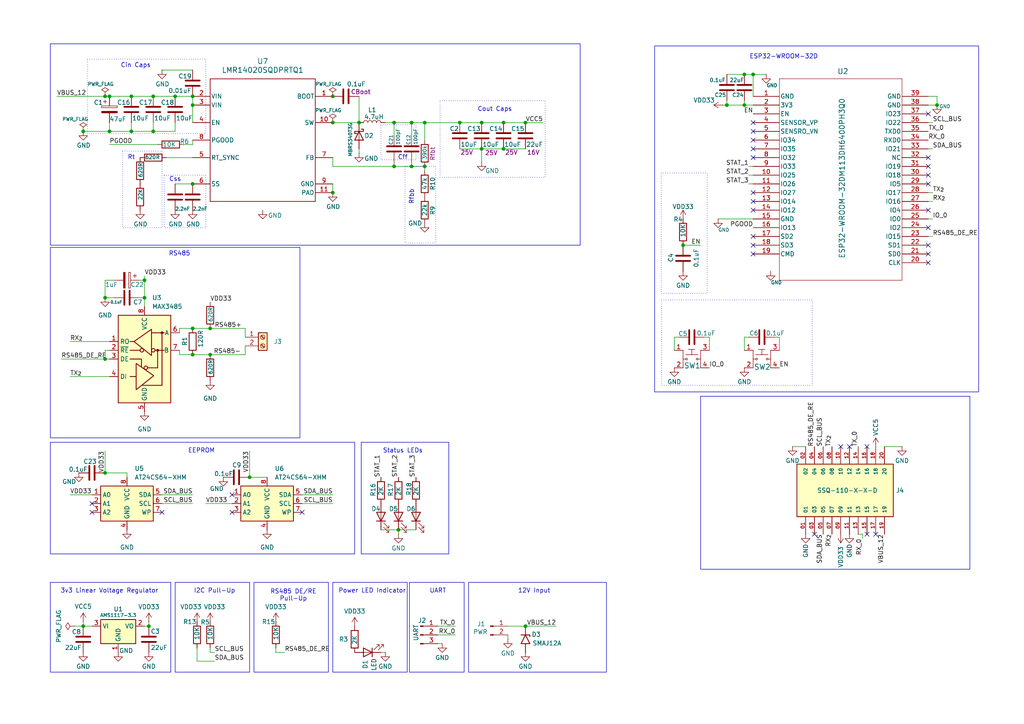
<source format=kicad_sch>
(kicad_sch (version 20231120) (generator "eeschema") (generator_version "8.0")
  (paper "A4")
  (title_block (title "Modbus-to-X") (date "2025-07-06") (rev "0.1") (company "Joachim Andersen"))
  (junction (at 41.91 86.36))
  (junction (at 123.19 35.56))
  (junction (at 55.88 102.87))
  (junction (at 38.1 27.94))
  (junction (at 104.14 35.56))
  (junction (at 43.18 181.61))
  (junction (at 41.91 81.28))
  (junction (at 114.3 35.56))
  (junction (at 215.9 21.59))
  (junction (at 55.88 53.34))
  (junction (at 30.48 27.94))
  (junction (at 30.48 137.16))
  (junction (at 60.96 95.25))
  (junction (at 114.3 48.26))
  (junction (at 55.88 27.94))
  (junction (at 60.96 102.87))
  (junction (at 31.75 38.1))
  (junction (at 44.45 38.1))
  (junction (at 55.88 30.48))
  (junction (at 139.7 35.56))
  (junction (at 215.9 30.48))
  (junction (at 96.52 55.88))
  (junction (at 96.52 35.56))
  (junction (at 218.44 21.59))
  (junction (at 72.39 138.43))
  (junction (at 139.7 43.18))
  (junction (at 24.13 181.61))
  (junction (at 146.05 35.56))
  (junction (at 55.88 95.25))
  (junction (at 119.38 35.56))
  (junction (at 31.75 27.94))
  (junction (at 152.4 181.61))
  (junction (at 30.48 86.36))
  (junction (at 123.19 48.26))
  (junction (at 115.57 153.67))
  (junction (at 96.52 27.94))
  (junction (at 44.45 27.94))
  (junction (at 152.4 35.56))
  (junction (at 146.05 43.18))
  (junction (at 210.82 30.48))
  (junction (at 133.35 35.56))
  (junction (at 38.1 38.1))
  (junction (at 30.48 104.14))
  (junction (at 119.38 48.26))
  (junction (at 271.78 30.48))
  (junction (at 50.8 27.94))
  (junction (at 24.13 38.1))
  (junction (at 198.12 71.12))
  (no_connect (at 269.24 50.8))
  (no_connect (at 246.38 129.54))
  (no_connect (at 218.44 71.12))
  (no_connect (at 26.67 148.59))
  (no_connect (at 269.24 60.96))
  (no_connect (at 46.99 148.59))
  (no_connect (at 218.44 40.64))
  (no_connect (at 269.24 45.72))
  (no_connect (at 26.67 146.05))
  (no_connect (at 218.44 68.58))
  (no_connect (at 67.31 148.59))
  (no_connect (at 67.31 143.51))
  (no_connect (at 236.22 154.94))
  (no_connect (at 243.84 129.54))
  (no_connect (at 218.44 58.42))
  (no_connect (at 269.24 53.34))
  (no_connect (at 269.24 76.2))
  (no_connect (at 269.24 66.04))
  (no_connect (at 218.44 73.66))
  (no_connect (at 218.44 60.96))
  (no_connect (at 254 154.94))
  (no_connect (at 251.46 129.54))
  (no_connect (at 218.44 35.56))
  (no_connect (at 269.24 73.66))
  (no_connect (at 269.24 33.02))
  (no_connect (at 269.24 71.12))
  (no_connect (at 218.44 43.18))
  (no_connect (at 218.44 38.1))
  (no_connect (at 251.46 154.94))
  (no_connect (at 269.24 48.26))
  (no_connect (at 87.63 148.59))
  (no_connect (at 218.44 55.88))
  (no_connect (at 218.44 45.72))
  (wire (pts (xy 261.62 129.54) (xy 256.54 129.54)))
  (wire (pts (xy 128.27 186.69) (xy 127 186.69)))
  (wire (pts (xy 104.14 43.18) (xy 104.14 44.45)))
  (wire (pts (xy 31.75 27.94) (xy 38.1 27.94)))
  (wire (pts (xy 269.24 35.56) (xy 270.51 35.56)))
  (wire (pts (xy 269.24 30.48) (xy 271.78 30.48)))
  (wire (pts (xy 52.07 102.87) (xy 52.07 101.6)))
  (wire (pts (xy 62.23 191.77) (xy 57.15 191.77)))
  (wire (pts (xy 30.48 27.94) (xy 31.75 27.94)))
  (wire (pts (xy 16.51 27.94) (xy 30.48 27.94)))
  (wire (pts (xy 31.75 41.91) (xy 45.72 41.91)))
  (wire (pts (xy 217.17 97.79) (xy 215.9 97.79)))
  (wire (pts (xy 115.57 154.94) (xy 115.57 153.67)))
  (wire (pts (xy 198.12 71.12) (xy 203.2 71.12)))
  (wire (pts (xy 139.7 43.18) (xy 146.05 43.18)))
  (wire (pts (xy 226.06 97.79) (xy 226.06 101.6)))
  (wire (pts (xy 269.24 58.42) (xy 270.51 58.42)))
  (wire (pts (xy 55.88 143.51) (xy 46.99 143.51)))
  (wire (pts (xy 146.05 43.18) (xy 152.4 43.18)))
  (wire (pts (xy 229.87 129.54) (xy 233.68 129.54)))
  (wire (pts (xy 24.13 181.61) (xy 26.67 181.61)))
  (wire (pts (xy 55.88 41.91) (xy 55.88 40.64)))
  (wire (pts (xy 96.52 146.05) (xy 87.63 146.05)))
  (wire (pts (xy 46.99 20.32) (xy 55.88 20.32)))
  (wire (pts (xy 111.76 189.23) (xy 110.49 189.23)))
  (wire (pts (xy 139.7 35.56) (xy 146.05 35.56)))
  (wire (pts (xy 210.82 21.59) (xy 215.9 21.59)))
  (wire (pts (xy 30.48 104.14) (xy 30.48 101.6)))
  (wire (pts (xy 50.8 27.94) (xy 55.88 27.94)))
  (wire (pts (xy 96.52 48.26) (xy 96.52 45.72)))
  (wire (pts (xy 24.13 180.34) (xy 24.13 181.61)))
  (wire (pts (xy 30.48 137.16) (xy 36.83 137.16)))
  (wire (pts (xy 119.38 46.99) (xy 119.38 48.26)))
  (wire (pts (xy 41.91 81.28) (xy 41.91 86.36)))
  (wire (pts (xy 209.55 30.48) (xy 210.82 30.48)))
  (wire (pts (xy 96.52 48.26) (xy 114.3 48.26)))
  (wire (pts (xy 30.48 104.14) (xy 31.75 104.14)))
  (wire (pts (xy 96.52 53.34) (xy 96.52 55.88)))
  (wire (pts (xy 133.35 35.56) (xy 139.7 35.56)))
  (wire (pts (xy 133.35 43.18) (xy 139.7 43.18)))
  (wire (pts (xy 82.55 189.23) (xy 80.01 189.23)))
  (wire (pts (xy 119.38 35.56) (xy 123.19 35.56)))
  (wire (pts (xy 57.15 191.77) (xy 57.15 187.96)))
  (wire (pts (xy 30.48 101.6) (xy 31.75 101.6)))
  (wire (pts (xy 38.1 38.1) (xy 38.1 35.56)))
  (wire (pts (xy 111.76 35.56) (xy 114.3 35.56)))
  (wire (pts (xy 195.58 97.79) (xy 196.85 97.79)))
  (wire (pts (xy 62.23 189.23) (xy 60.96 189.23)))
  (wire (pts (xy 132.08 184.15) (xy 127 184.15)))
  (wire (pts (xy 152.4 181.61) (xy 161.29 181.61)))
  (wire (pts (xy 40.64 81.28) (xy 41.91 81.28)))
  (wire (pts (xy 269.24 63.5) (xy 270.51 63.5)))
  (wire (pts (xy 152.4 35.56) (xy 157.48 35.56)))
  (wire (pts (xy 52.07 95.25) (xy 55.88 95.25)))
  (wire (pts (xy 20.32 99.06) (xy 31.75 99.06)))
  (wire (pts (xy 123.19 49.53) (xy 123.19 48.26)))
  (wire (pts (xy 132.08 181.61) (xy 127 181.61)))
  (wire (pts (xy 147.32 181.61) (xy 152.4 181.61)))
  (wire (pts (xy 40.64 86.36) (xy 41.91 86.36)))
  (wire (pts (xy 215.9 30.48) (xy 215.9 29.21)))
  (wire (pts (xy 71.12 100.33) (xy 71.12 102.87)))
  (wire (pts (xy 195.58 97.79) (xy 195.58 101.6)))
  (wire (pts (xy 114.3 48.26) (xy 119.38 48.26)))
  (wire (pts (xy 215.9 30.48) (xy 218.44 30.48)))
  (wire (pts (xy 71.12 97.79) (xy 71.12 95.25)))
  (wire (pts (xy 43.18 180.34) (xy 43.18 181.61)))
  (wire (pts (xy 146.05 35.56) (xy 152.4 35.56)))
  (wire (pts (xy 123.19 35.56) (xy 133.35 35.56)))
  (wire (pts (xy 60.96 189.23) (xy 60.96 187.96)))
  (wire (pts (xy 210.82 30.48) (xy 210.82 29.21)))
  (wire (pts (xy 119.38 48.26) (xy 123.19 48.26)))
  (wire (pts (xy 110.49 153.67) (xy 115.57 153.67)))
  (wire (pts (xy 44.45 27.94) (xy 50.8 27.94)))
  (wire (pts (xy 21.59 181.61) (xy 24.13 181.61)))
  (wire (pts (xy 36.83 137.16) (xy 36.83 138.43)))
  (wire (pts (xy 59.69 146.05) (xy 67.31 146.05)))
  (wire (pts (xy 114.3 46.99) (xy 114.3 48.26)))
  (wire (pts (xy 50.8 38.1) (xy 50.8 35.56)))
  (wire (pts (xy 114.3 35.56) (xy 119.38 35.56)))
  (wire (pts (xy 55.88 146.05) (xy 46.99 146.05)))
  (wire (pts (xy 271.78 27.94) (xy 271.78 30.48)))
  (wire (pts (xy 41.91 86.36) (xy 41.91 88.9)))
  (wire (pts (xy 55.88 30.48) (xy 55.88 27.94)))
  (wire (pts (xy 269.24 43.18) (xy 270.51 43.18)))
  (wire (pts (xy 269.24 68.58) (xy 270.51 68.58)))
  (wire (pts (xy 250.19 154.94) (xy 248.92 154.94)))
  (wire (pts (xy 53.34 41.91) (xy 55.88 41.91)))
  (wire (pts (xy 38.1 27.94) (xy 44.45 27.94)))
  (wire (pts (xy 271.78 27.94) (xy 269.24 27.94)))
  (wire (pts (xy 41.91 80.01) (xy 41.91 81.28)))
  (wire (pts (xy 115.57 153.67) (xy 120.65 153.67)))
  (wire (pts (xy 55.88 102.87) (xy 52.07 102.87)))
  (wire (pts (xy 217.17 50.8) (xy 218.44 50.8)))
  (wire (pts (xy 215.9 21.59) (xy 218.44 21.59)))
  (wire (pts (xy 30.48 130.81) (xy 30.48 137.16)))
  (wire (pts (xy 72.39 138.43) (xy 77.47 138.43)))
  (wire (pts (xy 60.96 102.87) (xy 71.12 102.87)))
  (wire (pts (xy 114.3 39.37) (xy 114.3 35.56)))
  (wire (pts (xy 43.18 181.61) (xy 41.91 181.61)))
  (wire (pts (xy 205.74 97.79) (xy 205.74 101.6)))
  (wire (pts (xy 31.75 38.1) (xy 38.1 38.1)))
  (wire (pts (xy 72.39 130.81) (xy 72.39 138.43)))
  (wire (pts (xy 104.14 27.94) (xy 104.14 35.56)))
  (wire (pts (xy 218.44 21.59) (xy 222.25 21.59)))
  (wire (pts (xy 30.48 81.28) (xy 30.48 86.36)))
  (wire (pts (xy 217.17 48.26) (xy 218.44 48.26)))
  (wire (pts (xy 44.45 35.56) (xy 44.45 38.1)))
  (wire (pts (xy 33.02 81.28) (xy 30.48 81.28)))
  (wire (pts (xy 269.24 55.88) (xy 270.51 55.88)))
  (wire (pts (xy 80.01 189.23) (xy 80.01 187.96)))
  (wire (pts (xy 17.78 104.14) (xy 30.48 104.14)))
  (wire (pts (xy 250.19 156.21) (xy 250.19 154.94)))
  (wire (pts (xy 20.32 109.22) (xy 31.75 109.22)))
  (wire (pts (xy 217.17 53.34) (xy 218.44 53.34)))
  (wire (pts (xy 55.88 95.25) (xy 60.96 95.25)))
  (wire (pts (xy 44.45 38.1) (xy 50.8 38.1)))
  (wire (pts (xy 119.38 35.56) (xy 119.38 39.37)))
  (wire (pts (xy 218.44 21.59) (xy 218.44 27.94)))
  (wire (pts (xy 123.19 35.56) (xy 123.19 40.64)))
  (wire (pts (xy 31.75 35.56) (xy 31.75 38.1)))
  (wire (pts (xy 52.07 95.25) (xy 52.07 96.52)))
  (wire (pts (xy 208.28 63.5) (xy 218.44 63.5)))
  (wire (pts (xy 38.1 38.1) (xy 44.45 38.1)))
  (wire (pts (xy 48.26 45.72) (xy 55.88 45.72)))
  (wire (pts (xy 96.52 35.56) (xy 104.14 35.56)))
  (wire (pts (xy 224.79 97.79) (xy 226.06 97.79)))
  (wire (pts (xy 50.8 53.34) (xy 55.88 53.34)))
  (wire (pts (xy 210.82 30.48) (xy 215.9 30.48)))
  (wire (pts (xy 204.47 97.79) (xy 205.74 97.79)))
  (wire (pts (xy 147.32 185.42) (xy 147.32 184.15)))
  (wire (pts (xy 96.52 143.51) (xy 87.63 143.51)))
  (wire (pts (xy 55.88 102.87) (xy 60.96 102.87)))
  (wire (pts (xy 139.7 43.18) (xy 139.7 46.99)))
  (wire (pts (xy 215.9 97.79) (xy 215.9 101.6)))
  (wire (pts (xy 55.88 35.56) (xy 55.88 30.48)))
  (wire (pts (xy 60.96 95.25) (xy 71.12 95.25)))
  (wire (pts (xy 20.32 143.51) (xy 26.67 143.51)))
  (wire (pts (xy 30.48 86.36) (xy 33.02 86.36)))
  (wire (pts (xy 24.13 38.1) (xy 31.75 38.1)))
  (rectangle (start 73.66 168.91) (end 95.25 194.945))
  (rectangle (start 14.605 12.7) (end 168.275 71.12))
  (rectangle (start 117.475 48.26) (end 126.365 70.485) (stroke (width 0) (type dot)))
  (rectangle (start 203.2 114.935) (end 281.305 165.1))
  (rectangle (start 191.77 50.165) (end 205.105 85.09) (stroke (width 0) (type dot)))
  (rectangle (start 110.49 36.195) (end 120.65 46.355) (stroke (width 0) (type dot)))
  (rectangle (start 25.4 17.145) (end 59.69 38.735) (stroke (width 0) (type dot)))
  (rectangle (start 135.89 168.91) (end 175.895 194.945))
  (rectangle (start 104.775 128.27) (end 130.175 160.655))
  (rectangle (start 189.865 13.335) (end 283.845 113.665))
  (rectangle (start 14.605 71.755) (end 86.995 127))
  (rectangle (start 118.745 168.91) (end 134.62 194.945))
  (rectangle (start 35.56 43.815) (end 46.99 66.04) (stroke (width 0) (type dot)))
  (rectangle (start 191.897 86.995) (end 235.585 111.76) (stroke (width 0) (type dot)))
  (rectangle (start 14.605 128.27) (end 102.87 160.655))
  (rectangle (start 50.8 168.91) (end 72.39 194.945))
  (rectangle (start 14.605 168.91) (end 49.53 194.945))
  (rectangle (start 47.625 50.8) (end 59.69 66.04) (stroke (width 0) (type dot)))
  (rectangle (start 96.52 168.91) (end 118.11 194.945))
  (rectangle (start 127.635 29.21) (end 158.115 51.435) (stroke (width 0) (type dot)))
  (text "Cout Caps" (at 143.51 31.75 0) (effects (font (size 1.27 1.27))))
  (text "12V Input" (at 154.94 171.45 0) (effects (font (size 1.27 1.27))))
  (text "EEPROM\n" (at 58.42 130.81 0) (effects (font (size 1.27 1.27))))
  (text "Power LED Indicator" (at 107.95 171.45 0) (effects (font (size 1.27 1.27))))
  (text "ESP32-WROOM-32D" (at 227.33 16.51 0) (effects (font (size 1.27 1.27))))
  (text "Rt" (at 38.1 45.72 0) (effects (font (size 1.27 1.27))))
  (text "Cff" (at 116.84 45.72 0) (effects (font (size 1.27 1.27))))
  (text "I2C Pull-Up" (at 62.23 171.45 0) (effects (font (size 1.27 1.27))))
  (text "Rfbb" (at 119.38 57.15 90) (effects (font (size 1.27 1.27))))
  (text "Cin Caps" (at 39.37 19.05 0) (effects (font (size 1.27 1.27))))
  (text "3v3 Linear Voltage Regulator" (at 31.75 171.45 0) (effects (font (size 1.27 1.27))))
  (text "UART" (at 127 171.45 0) (effects (font (size 1.27 1.27))))
  (text "Css" (at 50.8 52.07 0) (effects (font (size 1.27 1.27))))
  (text "Status LEDs" (at 116.84 130.81 0) (effects (font (size 1.27 1.27))))
  (text "RS485" (at 52.07 73.66 0) (effects (font (size 1.27 1.27))))
  (text "RS485 DE/RE\nPull-Up" (at 85.09 172.72 0) (effects (font (size 1.27 1.27))))
  (label "STAT_1" (at 110.49 138.43 90))
  (label "RX_{2}" (at 241.3 154.94 270))
  (label "SDA_BUS" (at 238.76 154.94 270))
  (label "TX_{2}" (at 20.32 109.22 0))
  (label "RS485-" (at 69.85 102.87 180))
  (label "VDD33" (at 60.96 87.63 0))
  (label "RX_0" (at 269.24 40.64 0))
  (label "IO_0" (at 270.51 63.5 0))
  (label "RS485_DE_RE" (at 17.78 104.14 0))
  (label "RX_0" (at 250.19 156.21 270))
  (label "SCL_BUS" (at 238.76 129.54 90))
  (label "VDD33" (at 30.48 130.81 270))
  (label "SCL_BUS" (at 270.51 35.56 0))
  (label "IO_0" (at 205.74 106.68 0))
  (label "SCL_BUS" (at 62.23 189.23 0))
  (label "VBUS_12" (at 16.51 27.94 0))
  (label "TX_{2}" (at 270.51 55.88 0))
  (label "PGOOD" (at 31.75 41.91 0))
  (label "RS485+" (at 62.23 95.25 0))
  (label "SCL_BUS" (at 96.52 146.05 180))
  (label "SCL_BUS" (at 55.88 146.05 180))
  (label "TX_0" (at 132.08 181.61 180))
  (label "RX_{2}" (at 20.32 99.06 0))
  (label "STAT_2" (at 217.17 50.8 180))
  (label "STAT_3" (at 120.65 138.43 90))
  (label "SDA_BUS" (at 96.52 143.51 180))
  (label "SDA_BUS" (at 270.51 43.18 0))
  (label "RX_0" (at 132.08 184.15 180))
  (label "TX_0" (at 269.24 38.1 0))
  (label "EN" (at 226.06 106.68 0))
  (label "VCC5" (at 157.48 35.56 180))
  (label "EN" (at 218.44 33.02 180))
  (label "EN" (at 203.2 71.12 180))
  (label "RS485_DE_RE" (at 270.51 68.58 0))
  (label "STAT_3" (at 217.17 53.34 180))
  (label "VDD33" (at 72.39 130.81 270))
  (label "PGOOD" (at 218.44 66.04 180))
  (label "VBUS_12" (at 161.29 181.61 180))
  (label "SDA_BUS" (at 55.88 143.51 180))
  (label "STAT_1" (at 217.17 48.26 180))
  (label "TX_0" (at 248.92 129.54 90))
  (label "VDD33" (at 41.91 80.01 0))
  (label "RS485_DE_RE" (at 82.55 189.23 0))
  (label "RS485_DE_RE" (at 236.22 129.54 90))
  (label "TX_{2}" (at 241.3 129.54 90))
  (label "VBUS_12" (at 256.54 154.94 270))
  (label "RX_{2}" (at 270.51 58.42 0))
  (label "SDA_BUS" (at 62.23 191.77 0))
  (label "STAT_2" (at 115.57 138.43 90))
  (label "VDD33" (at 59.69 146.05 0))
  (label "VDD33" (at 20.32 143.51 0))
  (symbol (lib_id "Device:R") (at 102.87 185.42 0) (unit 1)
    (property "Reference" "R3" (at 98.298 185.42 0) (effects (justify left)))
    (property "Value" "2K" (at 102.87 186.944 90) (effects (justify left)))
    (property "Footprint" "Resistor_SMD:R_0603_1608Metric_Pad0.98x0.95mm_HandSolder" (effects (hide yes)))
    (property "Datasheet" "https://media.distrelec.com/Web/Downloads/_t/ds/RND_155T_Thin_Film_Resistors_eng_tds.pdf" (effects (hide yes)))
    (property "Description" "Resistor Thin film   2 KOhm      ±0.1%   SMD 0603 1/6W" (effects (hide yes)))
    (property "PartNo" "RND 155TC0325B2001T5H" (effects (hide yes)))
  )
  (symbol (lib_id "Device:R") (at 60.96 184.15 0) (unit 1)
    (property "Reference" "R5" (at 58.166 180.467 0) (effects (justify left)))
    (property "Value" "10K" (at 60.96 185.674 90) (effects (justify left)))
    (property "Footprint" "Resistor_SMD:R_0805_2012Metric_Pad1.20x1.40mm_HandSolder" (effects (hide yes)))
    (property "Datasheet" "https://media.distrelec.com/Web/Downloads/_t/ds/RND_155T_Thin_Film_Resistors_eng_tds.pdf" (effects (hide yes)))
    (property "Description" "Resistor Thin film   10 KOhm     ±0.1%   SMD 0805 1/4W" (effects (hide yes)))
    (property "PartNo" "RND 155TC0525B1002T5J" (effects (hide yes)))
  )
  (symbol (lib_name "C_1") (lib_id "Device:C") (at 44.45 31.75 180) (unit 1)
    (property "Reference" "C17" (at 44.196 29.718 0) (effects (justify left)))
    (property "Value" "10uF" (at 49.53 34.29 0) (effects (justify left)))
    (property "Footprint" "Capacitor_SMD:C_0805_2012Metric_Pad1.18x1.45mm_HandSolder" (effects (hide yes)))
    (property "Datasheet" "https://www.mouser.dk/datasheet/2/585/MLCC-1837944.pdf" (effects (hide yes)))
    (property "Description" "Multilayer Ceramic Capacitor MLCC - SMD/SMT 10uF+/-10% 25V X5R 2 0805" (effects (hide yes)))
    (property "FriendlyName" "Cout10uf" (effects (hide yes)))
    (property "Voltage" "25V" (effects (hide yes)))
    (property "PartNo" "CL21A106KAYNNNF" (effects (hide yes)))
  )
  (symbol (lib_id "power:PWR_FLAG") (at 96.52 27.94 0) (unit 1)
    (property "Reference" "#FLG03" (effects (hide yes)))
    (property "Value" "PWR_FLAG" (at 91.44 24.384 0) (effects (font (size 1 1)) (justify left)))
    (property "Description" "Special symbol for telling ERC where power comes from" (effects (hide yes)))
  )
  (symbol (lib_id "SparkFun-Connector:Screw_Terminal_3.5mm_2") (at 76.2 99.06 0) (unit 1)
    (property "Reference" "J3" (at 79.375 99.0599 0) (effects (justify left)))
    (property "Value" "Screw_Terminal_3.5mm_2" (effects (hide yes)))
    (property "Footprint" "SparkFun-Connector:Screw_Terminal_3.5mm-2" (effects (hide yes)))
    (property "Datasheet" "https://cdn.sparkfun.com/assets/8/5/e/4/d/ASS_4091_CO.pdf" (effects (hide yes)))
    (property "Description" "Screw terminal" (effects (hide yes)))
    (property "PROD_ID" "CONN-08399" (effects (hide yes)))
  )
  (symbol (lib_id "power:GND") (at 104.14 44.45 0) (unit 1)
    (property "Reference" "#PWR023" (effects (hide yes)))
    (property "Value" "GND" (at 107.696 45.974 0))
    (property "Description" "Power symbol creates a global label with name \"GND\" , ground" (effects (hide yes)))
  )
  (symbol (lib_id "Device:C") (at 50.8 57.15 180) (unit 1)
    (property "Reference" "C20" (effects (hide yes)))
    (property "Value" "2.2nF" (at 55.118 60.579 0) (effects (font (size 1 1)) (justify left)))
    (property "Footprint" "Capacitor_SMD:C_0805_2012Metric_Pad1.18x1.45mm_HandSolder" (effects (hide yes)))
    (property "Datasheet" "https://media.distrelec.com/Web/Downloads/_t/ds/RND_0805_X7R_eng_tds.pdf" (effects (hide yes)))
    (property "Description" "Ceramic Capacitor 2.2nF, 50VDC, 0805, ±5 %" (effects (hide yes)))
    (property "FriendlyName" "Css" (effects (hide yes)))
    (property "PartNo" "RND 1500805B222J500NT" (effects (hide yes)))
    (property "Voltage" "50V" (effects (hide yes)))
  )
  (symbol (lib_id "Diode:SMAJ12A") (at 152.4 185.42 270) (unit 1)
    (property "Reference" "D3" (at 154.178 184.023 90) (effects (justify left)))
    (property "Value" "SMAJ12A" (at 154.432 186.563 90) (effects (justify left)))
    (property "Footprint" "Diode_SMD:D_SMA_Handsoldering" (effects (hide yes)))
    (property "Datasheet" "https://www.littelfuse.com/media?resourcetype=datasheets&itemid=75e32973-b177-4ee3-a0ff-cedaf1abdb93&filename=smaj-datasheet" (effects (hide yes)))
    (property "Description" "400W unidirectional Transient Voltage Suppressor, 12.0Vr, SMA(DO-214AC)" (effects (hide yes)))
    (property "PartNo" "SMAJ12A" (effects (hide yes)))
  )
  (symbol (lib_id "Device:R") (at 60.96 106.68 180) (unit 1)
    (property "Reference" "R14" (effects (hide yes)))
    (property "Value" "620R" (at 61.087 104.267 90) (effects (font (size 1.08 1.08)) (justify left)))
    (property "Footprint" "Resistor_SMD:R_0805_2012Metric_Pad1.20x1.40mm_HandSolder" (effects (hide yes)))
    (property "Datasheet" "https://media.distrelec.com/Web/Downloads/_t/ds/rnd_smd_resistors_eng_tds.pdf" (effects (hide yes)))
    (property "Description" "Resistor Thick film  620 Ohm     ±1%     SMD 0805 1/8W" (effects (hide yes)))
    (property "FriendlyName" "Rt" (effects (hide yes)))
    (property "PartNo" "RND 1550805S8F6200T5E" (effects (hide yes)))
  )
  (symbol (lib_id "Device:LED") (at 110.49 149.86 90) (unit 1)
    (property "Reference" "D4" (at 107.696 147.574 90) (effects (justify right)))
    (property "Value" "LED" (effects (hide yes)))
    (property "Footprint" "LED_SMD:LED_0402_1005Metric_Pad0.77x0.64mm_HandSolder" (effects (hide yes)))
    (property "Datasheet" "https://www.mouser.dk/datasheet/2/588/asset_pdf_5057771-3418946.pdf" (effects (hide yes)))
    (property "Description" "LED White SMD" (effects (hide yes)))
    (property "PartNo" "LW QH8G-Q2OO-3K5L-1" (effects (hide yes)))
  )
  (symbol (lib_id "power:GND") (at 22.86 137.16 0) (unit 1)
    (property "Reference" "#PWR033" (effects (hide yes)))
    (property "Value" "GND" (at 20.066 139.7 0))
    (property "Description" "Power symbol creates a global label with name \"GND\" , ground" (effects (hide yes)))
  )
  (symbol (lib_id "Device:R") (at 115.57 142.24 0) (unit 1)
    (property "Reference" "R17" (at 113.284 144.018 90) (effects (justify left)))
    (property "Value" "2K" (at 115.57 143.764 90) (effects (justify left)))
    (property "Footprint" "Resistor_SMD:R_0603_1608Metric_Pad0.98x0.95mm_HandSolder" (effects (hide yes)))
    (property "Datasheet" "https://media.distrelec.com/Web/Downloads/_t/ds/RND_155T_Thin_Film_Resistors_eng_tds.pdf" (effects (hide yes)))
    (property "Description" "Resistor Thin film   2 KOhm      ±0.1%   SMD 0603 1/6W" (effects (hide yes)))
    (property "PartNo" "RND 155TC0325B2001T5H" (effects (hide yes)))
  )
  (symbol (lib_id "Device:R") (at 60.96 91.44 180) (unit 1)
    (property "Reference" "R2" (effects (hide yes)))
    (property "Value" "620R" (at 61.087 89.027 90) (effects (font (size 1.08 1.08)) (justify left)))
    (property "Footprint" "Resistor_SMD:R_0805_2012Metric_Pad1.20x1.40mm_HandSolder" (effects (hide yes)))
    (property "Datasheet" "https://media.distrelec.com/Web/Downloads/_t/ds/rnd_smd_resistors_eng_tds.pdf" (effects (hide yes)))
    (property "Description" "Resistor Thick film  620 Ohm     ±1%     SMD 0805 1/8W" (effects (hide yes)))
    (property "FriendlyName" "Rt" (effects (hide yes)))
    (property "PartNo" "RND 1550805S8F6200T5E" (effects (hide yes)))
  )
  (symbol (lib_id "Device:R") (at 123.19 53.34 180) (unit 1)
    (property "Reference" "R10" (at 125.476 51.308 90) (effects (justify left)))
    (property "Value" "47k" (at 123.19 51.435 90) (effects (justify left)))
    (property "Footprint" "Resistor_SMD:R_0805_2012Metric_Pad1.20x1.40mm_HandSolder" (effects (hide yes)))
    (property "Datasheet" "https://media.distrelec.com/Web/Downloads/_t/ds/rnd_smd_resistors_eng_tds.pdf" (effects (hide yes)))
    (property "Description" "Resistor Thick film  47 kOhm     ±1%     SMD 0805 1/8W" (effects (hide yes)))
    (property "FriendlyName" "Rfbb_47k" (effects (hide yes)))
    (property "PartNo" "RND 1550805S8F4702T5E" (effects (hide yes)))
  )
  (symbol (lib_id "power:VDD") (at 209.55 30.48 90) (unit 1)
    (property "Reference" "#PWR034" (effects (hide yes)))
    (property "Value" "VDD33" (at 204.216 29.083 90))
    (property "Description" "Power symbol creates a global label with name \"VDD\"" (effects (hide yes)))
  )
  (symbol (lib_id "Device:C") (at 36.83 86.36 270) (unit 1)
    (property "Reference" "C7" (at 38.608 87.63 90) (effects (justify left)))
    (property "Value" "0.1uF" (at 32.004 87.63 90) (effects (font (size 0.8 0.8)) (justify left)))
    (property "Footprint" "Capacitor_SMD:C_1206_3216Metric_Pad1.33x1.80mm_HandSolder" (effects (hide yes)))
    (property "Datasheet" "https://elektronik-lavpris.dk/files/sup2/C1206C104K5RACTU.pdf" (effects (hide yes)))
    (property "Description" "SMD MLC Capacitor 100nF 50V 10% X7R 1206" (effects (hide yes)))
    (property "PartNo" "CVNF100K12X" (effects (hide yes)))
    (property "Voltage" "50V" (effects (hide yes)))
  )
  (symbol (lib_id "power:GND") (at 46.99 20.32 0) (unit 1)
    (property "Reference" "#PWR028" (effects (hide yes)))
    (property "Value" "GND" (at 47.117 24.384 0))
    (property "Description" "Power symbol creates a global label with name \"GND\" , ground" (effects (hide yes)))
  )
  (symbol (lib_id "Device:R") (at 49.53 41.91 90) (unit 1)
    (property "Reference" "R6" (at 54.864 41.021 90) (effects (justify left)))
    (property "Value" "10K" (at 51.054 41.91 90) (effects (justify left)))
    (property "Footprint" "Resistor_SMD:R_0805_2012Metric_Pad1.20x1.40mm_HandSolder" (effects (hide yes)))
    (property "Datasheet" "https://media.distrelec.com/Web/Downloads/_t/ds/RND_155T_Thin_Film_Resistors_eng_tds.pdf" (effects (hide yes)))
    (property "Description" "Resistor Thin film   10 KOhm     ±0.1%   SMD 0805 1/4W" (effects (hide yes)))
    (property "PartNo" "RND 155TC0525B1002T5J" (effects (hide yes)))
  )
  (symbol (lib_id "dk_Tactile-Switches:1825910-7") (at 200.66 104.14 0) (unit 1)
    (property "Reference" "SW1" (at 200.787 106.045 0) (effects (font (size 1.524 1.524))))
    (property "Value" "1825910-7" (effects (hide yes)))
    (property "Footprint" "digikey-footprints:Switch_Tactile_SMD_6x6mm_PTS645" (effects (hide yes)))
    (property "Datasheet" "https://www.te.com/commerce/DocumentDelivery/DDEController?Action=srchrtrv&DocNm=1825910&DocType=Customer+Drawing&DocLang=English" (effects (hide yes)))
    (property "Description" "SWITCH TACTILE SPST-NO 0.05A 24V" (effects (hide yes)))
    (property "Digi-Key_PN" "450-1804-ND" (effects (hide yes)))
    (property "MPN" "1825910-7" (effects (hide yes)))
    (property "Category" "Switches" (effects (hide yes)))
    (property "Family" "Tactile Switches" (effects (hide yes)))
    (property "DK_Datasheet_Link" "https://www.te.com/commerce/DocumentDelivery/DDEController?Action=srchrtrv&DocNm=1825910&DocType=Customer+Drawing&DocLang=English" (effects (hide yes)))
    (property "DK_Detail_Page" "/product-detail/en/te-connectivity-alcoswitch-switches/1825910-7/450-1804-ND/1731414" (effects (hide yes)))
    (property "Description_1" "SWITCH TACTILE SPST-NO 0.05A 24V" (effects (hide yes)))
    (property "Manufacturer" "TE Connectivity ALCOSWITCH Switches" (effects (hide yes)))
    (property "Status" "Active" (effects (hide yes)))
  )
  (symbol (lib_id "power:GND") (at 50.8 60.96 0) (unit 1)
    (property "Reference" "#PWR031" (effects (hide yes)))
    (property "Value" "GND" (at 50.927 65.024 0))
    (property "Description" "Power symbol creates a global label with name \"GND\" , ground" (effects (hide yes)))
  )
  (symbol (lib_id "LMR14020SQDPRTQ1:LMR14020SQDPRTQ1") (at 76.2 40.64 0) (unit 1)
    (property "Reference" "U7" (at 76.2 17.78 0) (effects (font (size 1.524 1.524))))
    (property "Value" "LMR14020SQDPRTQ1" (at 76.2 20.32 0) (effects (font (size 1.524 1.524))))
    (property "Footprint" "LMR14020SQDPRTQ1:DPR0010A_3mm_thermals" (effects (hide yes)))
    (property "Datasheet" "LMR14020SQDPRTQ1" (effects (hide yes)))
    (property "Description" "SIMPLE SWITCHER® Power Converter 40V 2A, 2.2MHz Step-Down Converter With 40µA IQ" (effects (hide yes)))
    (property "PartNo" "LMR14020Q" (effects (hide yes)))
  )
  (symbol (lib_id "power:VDD") (at 198.12 63.5 0) (unit 1)
    (property "Reference" "#PWR03" (effects (hide yes)))
    (property "Value" "VDD33" (at 198.12 59.944 0))
    (property "Description" "Power symbol creates a global label with name \"VDD\"" (effects (hide yes)))
  )
  (symbol (lib_id "Device:C") (at 24.13 185.42 0) (unit 1)
    (property "Reference" "C8" (at 20.828 183.261 0) (effects (justify left)))
    (property "Value" "22uF" (at 18.796 187.833 0) (effects (justify left)))
    (property "Footprint" "Capacitor_SMD:C_0805_2012Metric_Pad1.18x1.45mm_HandSolder" (effects (hide yes)))
    (property "Datasheet" "https://mm.digikey.com/Volume0/opasdata/d220001/medias/docus/43/CL21A226MOCLRNC_Spec.pdf" (effects (hide yes)))
    (property "Description" "22 µF ±20% 16V Ceramic Capacitor X5R 0805 (2012 Metric)" (effects (hide yes)))
    (property "PartNo" "CL21A226MOCLRNC" (effects (hide yes)))
    (property "Voltage" "16V" (effects (hide yes)))
  )
  (symbol (lib_id "power:GND") (at 115.57 154.94 0) (unit 1)
    (property "Reference" "#PWR041" (effects (hide yes)))
    (property "Value" "GND" (at 115.57 159.004 0))
    (property "Description" "Power symbol creates a global label with name \"GND\" , ground" (effects (hide yes)))
  )
  (symbol (lib_name "C_1") (lib_id "Device:C") (at 119.38 43.18 180) (unit 1)
    (property "Reference" "C12" (at 118.491 38.989 90) (effects (font (size 1 1)) (justify left)))
    (property "Value" "100pF" (at 120.523 37.211 90) (effects (font (size 1 1)) (justify left)))
    (property "Footprint" "Capacitor_SMD:C_0805_2012Metric_Pad1.18x1.45mm_HandSolder" (effects (hide yes)))
    (property "Datasheet" "https://media.distrelec.com/Web/Downloads/_t/ds/RND_0805_NP0_eng_tds.pdf" (effects (hide yes)))
    (property "Description" "Ceramic Capacitor 100pF, 50VDC, 0805, ±5 %" (effects (hide yes)))
    (property "FriendlyName" "Cff" (effects (hide yes)))
    (property "Voltage" "50V" (effects (hide yes)))
    (property "PartNo" "RND 1500805N101J500NT" (effects (hide yes)))
  )
  (symbol (lib_name "C_1") (lib_id "Device:C") (at 152.4 39.37 180) (unit 1)
    (property "Reference" "C15" (at 152.146 37.338 0) (effects (justify left)))
    (property "Value" "22uF" (at 157.48 41.91 0) (effects (justify left)))
    (property "Footprint" "Capacitor_SMD:C_0805_2012Metric_Pad1.18x1.45mm_HandSolder" (effects (hide yes)))
    (property "Datasheet" "https://mm.digikey.com/Volume0/opasdata/d220001/medias/docus/43/CL21A226MOCLRNC_Spec.pdf" (effects (hide yes)))
    (property "Description" "22 µF ±20% 16V Ceramic Capacitor X5R 0805 (2012 Metric)" (effects (hide yes)))
    (property "FriendlyName" "Cout22uf" (effects (hide yes)))
    (property "Voltage" "16V" (at 154.686 44.196 0))
    (property "PartNo" "CL21A226MOCLRNC" (effects (hide yes)))
  )
  (symbol (lib_id "power:VBUS") (at 254 129.54 0) (unit 1)
    (property "Reference" "#PWR042" (effects (hide yes)))
    (property "Value" "VCC5" (at 254 123.952 90))
    (property "Description" "Power symbol creates a global label with name \"VBUS\"" (effects (hide yes)))
  )
  (symbol (lib_id "ESP32-WROOM-32D-M113DH6400PH3Q0:ESP32-WROOM-32DM113DH6400PH3Q0") (at 218.44 27.94 0) (unit 1)
    (property "Reference" "U2" (at 244.475 20.701 0) (effects (font (size 1.524 1.524))))
    (property "Value" "ESP32-WROOM-32DM113DH6400PH3Q0" (at 244.221 51.689 90) (effects (font (size 1.524 1.524))))
    (property "Footprint" "ESP32-WROOM-32D-M113DH6400PH3Q0:ESP32-WROOM-32DM113DH6400PH3Q0_EXP" (effects (hide yes)))
    (property "Datasheet" "ESP32-WROOM-32DM113DH6400PH3Q0" (effects (hide yes)))
  )
  (symbol (lib_id "Device:R") (at 123.19 44.45 0) (unit 1)
    (property "Reference" "R8" (effects (hide yes)))
    (property "Value" "390k" (at 123.19 46.355 90) (effects (font (size 1.1 1.1)) (justify left)))
    (property "Footprint" "Resistor_SMD:R_0402_1005Metric_Pad0.72x0.64mm_HandSolder" (effects (hide yes)))
    (property "Datasheet" "https://www.yageo.com/upload/media/product/products/datasheet/rchip/PYu-RC_Group_51_RoHS_L_12.pdf" (effects (hide yes)))
    (property "Description" "390 kOhms ±1% Chip Resistor Moisture Resistant Thick Film" (effects (hide yes)))
    (property "FriendlyName" "Rfbt" (at 125.476 44.577 90))
    (property "PartNo" "RC0402FR-07390KL " (effects (hide yes)))
  )
  (symbol (lib_name "C_1") (lib_id "Device:C") (at 139.7 39.37 180) (unit 1)
    (property "Reference" "C13" (at 139.446 37.338 0) (effects (justify left)))
    (property "Value" "10uF" (at 144.78 41.91 0) (effects (justify left)))
    (property "Footprint" "Capacitor_SMD:C_0805_2012Metric_Pad1.18x1.45mm_HandSolder" (effects (hide yes)))
    (property "Datasheet" "https://www.mouser.dk/datasheet/2/585/MLCC-1837944.pdf" (effects (hide yes)))
    (property "Description" "Multilayer Ceramic Capacitor MLCC - SMD/SMT 10uF+/-10% 25V X5R 2 0805" (effects (hide yes)))
    (property "FriendlyName" "Cout10uf" (effects (hide yes)))
    (property "Voltage" "25V" (at 142.494 44.323 0))
    (property "PartNo" "CL21A106KAYNNNF" (effects (hide yes)))
  )
  (symbol (lib_id "Interface_UART:MAX3485") (at 41.91 104.14 0) (unit 1)
    (property "Reference" "U3" (at 44.1041 86.36 0) (effects (justify left)))
    (property "Value" "MAX3485" (at 44.1041 88.9 0) (effects (justify left)))
    (property "Footprint" "Package_SO:SOIC-8_3.9x4.9mm_P1.27mm" (effects (hide yes)))
    (property "Datasheet" "https://datasheets.maximintegrated.com/en/ds/MAX3483-MAX3491.pdf" (effects (hide yes)))
    (property "Description" "True RS-485/RS-422, 10Mbps, Slew-Rate Limited, with low-power shutdown, with receiver/driver enable, 32 receiver drive capacitity, DIP-8 and SOIC-8" (effects (hide yes)))
    (property "PartNo" "MAX485" (effects (hide yes)))
  )
  (symbol (lib_id "power:GND") (at 64.77 138.43 0) (unit 1)
    (property "Reference" "#PWR032" (effects (hide yes)))
    (property "Value" "GND" (at 62.865 141.732 0))
    (property "Description" "Power symbol creates a global label with name \"GND\" , ground" (effects (hide yes)))
  )
  (symbol (lib_id "power:GND") (at 208.28 63.5 0) (unit 1)
    (property "Reference" "#PWR036" (effects (hide yes)))
    (property "Value" "GND" (at 209.931 66.675 0) (effects (font (size 1 1))))
    (property "Description" "Power symbol creates a global label with name \"GND\" , ground" (effects (hide yes)))
  )
  (symbol (lib_id "power:PWR_FLAG") (at 24.13 38.1 0) (unit 1)
    (property "Reference" "#FLG08" (effects (hide yes)))
    (property "Value" "PWR_FLAG" (at 18.034 34.544 0) (effects (font (size 1 1)) (justify left)))
    (property "Description" "Special symbol for telling ERC where power comes from" (effects (hide yes)))
  )
  (symbol (lib_id "power:PWR_FLAG") (at 30.48 27.94 0) (unit 1)
    (property "Reference" "#FLG09" (effects (hide yes)))
    (property "Value" "PWR_FLAG" (at 25.4 24.384 0) (effects (font (size 1 1)) (justify left)))
    (property "Description" "Special symbol for telling ERC where power comes from" (effects (hide yes)))
  )
  (symbol (lib_name "C_1") (lib_id "Device:C") (at 55.88 24.13 180) (unit 1)
    (property "Reference" "C19" (at 55.626 22.098 0) (effects (justify left)))
    (property "Value" "0.01uF" (at 55.499 26.289 0) (effects (justify left)))
    (property "Footprint" "Capacitor_SMD:C_0402_1005Metric_Pad0.74x0.62mm_HandSolder" (effects (hide yes)))
    (property "Datasheet" "https://search.murata.co.jp/Ceramy/image/img/A01X/G101/ENG/GCM155R71H103KA55-01.pdf" (effects (hide yes)))
    (property "Description" "0.01 uF ±10% 50V Ceramic Capacitor X7R 0402 (1005 Metric)" (effects (hide yes)))
    (property "FriendlyName" "Cin0_1uf" (effects (hide yes)))
    (property "Voltage" "50V" (effects (hide yes)))
    (property "PartNo" "GCM155R71H103KA55D " (effects (hide yes)))
  )
  (symbol (lib_id "power:GND") (at 40.64 60.96 0) (unit 1)
    (property "Reference" "#PWR026" (effects (hide yes)))
    (property "Value" "GND" (at 40.767 65.024 0))
    (property "Description" "Power symbol creates a global label with name \"GND\" , ground" (effects (hide yes)))
  )
  (symbol (lib_id "power:GND") (at 43.18 189.23 0) (unit 1)
    (property "Reference" "#PWR016" (effects (hide yes)))
    (property "Value" "GND" (at 43.18 193.294 0))
    (property "Description" "Power symbol creates a global label with name \"GND\" , ground" (effects (hide yes)))
  )
  (symbol (lib_id "Device:C") (at 215.9 25.4 0) (unit 1)
    (property "Reference" "C24" (at 212.344 27.559 0) (effects (font (size 1.1 1.1)) (justify left)))
    (property "Value" "22uF" (at 211.582 23.241 0) (effects (font (size 1.1 1.1)) (justify left)))
    (property "Footprint" "Capacitor_SMD:C_0805_2012Metric_Pad1.18x1.45mm_HandSolder" (effects (hide yes)))
    (property "Datasheet" "https://mm.digikey.com/Volume0/opasdata/d220001/medias/docus/43/CL21A226MOCLRNC_Spec.pdf" (effects (hide yes)))
    (property "Description" "22 µF ±20% 16V Ceramic Capacitor X5R 0805 (2012 Metric)" (effects (hide yes)))
    (property "PartNo" "CL21A226MOCLRNC" (effects (hide yes)))
    (property "Voltage" "16V" (effects (hide yes)))
  )
  (symbol (lib_id "power:GND") (at 96.52 55.88 0) (unit 1)
    (property "Reference" "#PWR024" (effects (hide yes)))
    (property "Value" "GND" (at 96.647 59.944 0))
    (property "Description" "Power symbol creates a global label with name \"GND\" , ground" (effects (hide yes)))
  )
  (symbol (lib_id "power:GND") (at 30.48 86.36 0) (unit 1)
    (property "Reference" "#PWR011" (effects (hide yes)))
    (property "Value" "GND" (at 30.48 91.44 0))
    (property "Description" "Power symbol creates a global label with name \"GND\" , ground" (effects (hide yes)))
  )
  (symbol (lib_id "power:VBUS") (at 24.13 180.34 0) (unit 1)
    (property "Reference" "#PWR012" (effects (hide yes)))
    (property "Value" "VCC5" (at 24.13 175.895 0))
    (property "Description" "Power symbol creates a global label with name \"VBUS\"" (effects (hide yes)))
  )
  (symbol (lib_id "power:GND") (at 222.25 21.59 0) (unit 1)
    (property "Reference" "#PWR035" (effects (hide yes)))
    (property "Value" "GND" (at 223.901 24.765 0) (effects (font (size 1 1))))
    (property "Description" "Power symbol creates a global label with name \"GND\" , ground" (effects (hide yes)))
  )
  (symbol (lib_name "C_1") (lib_id "Device:C") (at 38.1 31.75 180) (unit 1)
    (property "Reference" "C16" (at 37.846 29.718 0) (effects (justify left)))
    (property "Value" "10uF" (at 43.18 34.29 0) (effects (justify left)))
    (property "Footprint" "Capacitor_SMD:C_0805_2012Metric_Pad1.18x1.45mm_HandSolder" (effects (hide yes)))
    (property "Datasheet" "https://www.mouser.dk/datasheet/2/585/MLCC-1837944.pdf" (effects (hide yes)))
    (property "Description" "Multilayer Ceramic Capacitor MLCC - SMD/SMT 10uF+/-10% 25V X5R 2 0805" (effects (hide yes)))
    (property "FriendlyName" "Cout10uf" (effects (hide yes)))
    (property "Voltage" "25V" (effects (hide yes)))
    (property "PartNo" "CL21A106KAYNNNF" (effects (hide yes)))
  )
  (symbol (lib_id "power:GND") (at 128.27 186.69 0) (unit 1)
    (property "Reference" "#PWR022" (effects (hide yes)))
    (property "Value" "GND" (at 128.27 190.754 0))
    (property "Description" "Power symbol creates a global label with name \"GND\" , ground" (effects (hide yes)))
  )
  (symbol (lib_id "power:GND") (at 215.9 106.68 0) (unit 1)
    (property "Reference" "#PWR06" (effects (hide yes)))
    (property "Value" "GND" (at 215.9 110.744 0))
    (property "Description" "Power symbol creates a global label with name \"GND\" , ground" (effects (hide yes)))
  )
  (symbol (lib_id "power:VDD") (at 243.84 154.94 180) (unit 1)
    (property "Reference" "#PWR044" (effects (hide yes)))
    (property "Value" "VDD33" (at 243.84 161.544 90))
    (property "Description" "Power symbol creates a global label with name \"VDD\"" (effects (hide yes)))
  )
  (symbol (lib_id "Device:C") (at 68.58 138.43 270) (unit 1)
    (property "Reference" "C9" (at 67.31 134.874 90) (effects (justify left)))
    (property "Value" "0.1uF" (at 62.103 137.414 90) (effects (justify left)))
    (property "Footprint" "Capacitor_SMD:C_1206_3216Metric_Pad1.33x1.80mm_HandSolder" (effects (hide yes)))
    (property "Datasheet" "https://elektronik-lavpris.dk/files/sup2/C1206C104K5RACTU.pdf" (effects (hide yes)))
    (property "Description" "SMD MLC Capacitor 100nF 50V 10% X7R 1206" (effects (hide yes)))
    (property "PartNo" "CVNF100K12X" (effects (hide yes)))
    (property "Voltage" "50V" (effects (hide yes)))
  )
  (symbol (lib_id "Device:LED") (at 106.68 189.23 180) (unit 1)
    (property "Reference" "D1" (at 105.918 194.056 90) (effects (justify right)))
    (property "Value" "LED" (at 108.458 194.564 90) (effects (justify right)))
    (property "Footprint" "LED_SMD:LED_0402_1005Metric_Pad0.77x0.64mm_HandSolder" (effects (hide yes)))
    (property "Datasheet" "https://www.mouser.dk/datasheet/2/588/asset_pdf_5057771-3418946.pdf" (effects (hide yes)))
    (property "Description" "LED White SMD" (effects (hide yes)))
    (property "PartNo" "LW QH8G-Q2OO-3K5L-1" (effects (hide yes)))
  )
  (symbol (lib_id "power:GND") (at 271.78 30.48 0) (unit 1)
    (property "Reference" "#PWR037" (effects (hide yes)))
    (property "Value" "GND" (at 274.066 30.861 0) (effects (font (size 1 1))))
    (property "Description" "Power symbol creates a global label with name \"GND\" , ground" (effects (hide yes)))
  )
  (symbol (lib_id "power:GND") (at 77.47 153.67 0) (unit 1)
    (property "Reference" "#PWR019" (effects (hide yes)))
    (property "Value" "GND" (at 77.47 158.75 0))
    (property "Description" "Power symbol creates a global label with name \"GND\" , ground" (effects (hide yes)))
  )
  (symbol (lib_id "power:GND") (at 111.76 189.23 0) (unit 1)
    (property "Reference" "#PWR07" (effects (hide yes)))
    (property "Value" "GND" (at 111.76 193.294 0))
    (property "Description" "Power symbol creates a global label with name \"GND\" , ground" (effects (hide yes)))
  )
  (symbol (lib_id "power:GND") (at 123.19 64.77 0) (unit 1)
    (property "Reference" "#PWR027" (effects (hide yes)))
    (property "Value" "GND" (at 120.396 64.77 0))
    (property "Description" "Power symbol creates a global label with name \"GND\" , ground" (effects (hide yes)))
  )
  (symbol (lib_id "power:GND") (at 152.4 189.23 0) (unit 1)
    (property "Reference" "#PWR030" (effects (hide yes)))
    (property "Value" "GND" (at 152.4 193.294 0))
    (property "Description" "Power symbol creates a global label with name \"GND\" , ground" (effects (hide yes)))
  )
  (symbol (lib_id "Device:LED") (at 115.57 149.86 90) (unit 1)
    (property "Reference" "D5" (at 112.776 147.574 90) (effects (justify right)))
    (property "Value" "LED" (effects (hide yes)))
    (property "Footprint" "LED_SMD:LED_0402_1005Metric_Pad0.77x0.64mm_HandSolder" (effects (hide yes)))
    (property "Datasheet" "https://www.mouser.dk/datasheet/2/588/asset_pdf_5057771-3418946.pdf" (effects (hide yes)))
    (property "Description" "LED White SMD" (effects (hide yes)))
    (property "PartNo" "LW QH8G-Q2OO-3K5L-1" (effects (hide yes)))
  )
  (symbol (lib_id "Connector:Conn_01x03_Pin") (at 121.92 184.15 0) (unit 1)
    (property "Reference" "J2" (at 122.428 179.959 0))
    (property "Value" "UART" (at 120.65 183.515 90))
    (property "Footprint" "SparkFun-Connector:Screw_Terminal_3.5mm-3" (effects (hide yes)))
    (property "Description" "Generic connector, single row, 01x03, script generated" (effects (hide yes)))
  )
  (symbol (lib_id "power:VDD") (at 102.87 181.61 0) (unit 1)
    (property "Reference" "#PWR08" (effects (hide yes)))
    (property "Value" "VDD33" (at 102.87 177.292 0))
    (property "Description" "Power symbol creates a global label with name \"VDD\"" (effects (hide yes)))
  )
  (symbol (lib_id "Connector Receptable 2x10 20POS:SSQ-110-X-X-D") (at 243.84 142.24 90) (unit 1)
    (property "Reference" "J4" (at 259.842 142.24 90) (effects (justify right)))
    (property "Value" "SSQ-110-X-X-D" (at 236.982 142.24 90) (effects (justify right)))
    (property "Footprint" "Connector Receptable 2x10 20POS:SAMTEC_SSQ-110-X-X-D" (effects (hide yes)))
    (property "PARTREV" "A" (effects (hide yes)))
    (property "STANDARD" "Manufacturer Recommendations" (effects (hide yes)))
    (property "MAXIMUM_PACKAGE_HEIGHT" "8.51mm" (effects (hide yes)))
    (property "MANUFACTURER" "Samtec" (effects (hide yes)))
  )
  (symbol (lib_id "power:GND") (at 198.12 78.74 0) (unit 1)
    (property "Reference" "#PWR04" (effects (hide yes)))
    (property "Value" "GND" (at 198.12 82.804 0))
    (property "Description" "Power symbol creates a global label with name \"GND\" , ground" (effects (hide yes)))
  )
  (symbol (lib_id "Device:R") (at 44.45 45.72 270) (unit 1)
    (property "Reference" "R12" (effects (hide yes)))
    (property "Value" "620R" (at 42.037 45.593 90) (effects (font (size 1.08 1.08)) (justify left)))
    (property "Footprint" "Resistor_SMD:R_0805_2012Metric_Pad1.20x1.40mm_HandSolder" (effects (hide yes)))
    (property "Datasheet" "https://media.distrelec.com/Web/Downloads/_t/ds/rnd_smd_resistors_eng_tds.pdf" (effects (hide yes)))
    (property "Description" "Resistor Thick film  620 Ohm     ±1%     SMD 0805 1/8W" (effects (hide yes)))
    (property "FriendlyName" "Rt" (effects (hide yes)))
    (property "PartNo" "RND 1550805S8F6200T5E" (effects (hide yes)))
  )
  (symbol (lib_id "power:GND") (at 36.83 153.67 0) (unit 1)
    (property "Reference" "#PWR018" (effects (hide yes)))
    (property "Value" "GND" (at 36.83 158.75 0))
    (property "Description" "Power symbol creates a global label with name \"GND\" , ground" (effects (hide yes)))
  )
  (symbol (lib_id "Device:C") (at 55.88 57.15 180) (unit 1)
    (property "Reference" "C11" (effects (hide yes)))
    (property "Value" "2.2nF" (at 60.198 60.579 0) (effects (font (size 1 1)) (justify left)))
    (property "Footprint" "Capacitor_SMD:C_0805_2012Metric_Pad1.18x1.45mm_HandSolder" (effects (hide yes)))
    (property "Datasheet" "https://media.distrelec.com/Web/Downloads/_t/ds/RND_0805_X7R_eng_tds.pdf" (effects (hide yes)))
    (property "Description" "Ceramic Capacitor 2.2nF, 50VDC, 0805, ±5 %" (effects (hide yes)))
    (property "FriendlyName" "Css" (effects (hide yes)))
    (property "PartNo" "RND 1500805B222J500NT" (effects (hide yes)))
    (property "Voltage" "50V" (effects (hide yes)))
  )
  (symbol (lib_id "power:VDD") (at 80.01 180.34 0) (unit 1)
    (property "Reference" "#PWR039" (effects (hide yes)))
    (property "Value" "VDD33" (at 80.01 176.022 0))
    (property "Description" "Power symbol creates a global label with name \"VDD\"" (effects (hide yes)))
  )
  (symbol (lib_id "power:GND") (at 261.62 129.54 0) (unit 1)
    (property "Reference" "#PWR045" (effects (hide yes)))
    (property "Value" "GND" (at 261.62 133.604 0))
    (property "Description" "Power symbol creates a global label with name \"GND\" , ground" (effects (hide yes)))
  )
  (symbol (lib_id "power:GND") (at 223.52 78.74 0) (unit 1)
    (property "Reference" "#PWR09" (effects (hide yes)))
    (property "Value" "GND" (at 225.171 81.915 0) (effects (font (size 1 1))))
    (property "Description" "Power symbol creates a global label with name \"GND\" , ground" (effects (hide yes)))
  )
  (symbol (lib_name "C_2") (lib_id "Device:C") (at 210.82 25.4 0) (unit 1)
    (property "Reference" "C25" (at 207.264 27.559 0) (effects (font (size 1.1 1.1)) (justify left)))
    (property "Value" "0.1uF" (at 205.74 23.241 0) (effects (font (size 1.1 1.1)) (justify left)))
    (property "Footprint" "Capacitor_SMD:C_1206_3216Metric_Pad1.33x1.80mm_HandSolder" (effects (hide yes)))
    (property "Datasheet" "https://elektronik-lavpris.dk/files/sup2/C1206C104K5RACTU.pdf" (effects (hide yes)))
    (property "Description" "SMD MLC Capacitor 100nF 50V 10% X7R 1206" (effects (hide yes)))
    (property "PartNo" "CVNF100K12X" (effects (hide yes)))
    (property "Voltage" "50V" (effects (hide yes)))
  )
  (symbol (lib_id "Device:C") (at 198.12 74.93 0) (unit 1)
    (property "Reference" "C4" (at 194.564 76.073 90) (effects (justify left)))
    (property "Value" "0.1uF" (at 201.93 77.597 90) (effects (justify left)))
    (property "Footprint" "Capacitor_SMD:C_1206_3216Metric_Pad1.33x1.80mm_HandSolder" (effects (hide yes)))
    (property "Datasheet" "https://elektronik-lavpris.dk/files/sup2/C1206C104K5RACTU.pdf" (effects (hide yes)))
    (property "Description" "SMD MLC Capacitor 100nF 50V 10% X7R 1206" (effects (hide yes)))
    (property "PartNo" "CVNF100K12X" (effects (hide yes)))
    (property "Voltage" "50V" (effects (hide yes)))
  )
  (symbol (lib_id "Device:R") (at 40.64 49.53 180) (unit 1)
    (property "Reference" "R7" (effects (hide yes)))
    (property "Value" "620R" (at 40.767 47.117 90) (effects (font (size 1.08 1.08)) (justify left)))
    (property "Footprint" "Resistor_SMD:R_0805_2012Metric_Pad1.20x1.40mm_HandSolder" (effects (hide yes)))
    (property "Datasheet" "https://media.distrelec.com/Web/Downloads/_t/ds/rnd_smd_resistors_eng_tds.pdf" (effects (hide yes)))
    (property "Description" "Resistor Thick film  620 Ohm     ±1%     SMD 0805 1/8W" (effects (hide yes)))
    (property "FriendlyName" "Rt" (effects (hide yes)))
    (property "PartNo" "RND 1550805S8F6200T5E" (effects (hide yes)))
  )
  (symbol (lib_id "Memory_EEPROM:AT24CS64-XHM") (at 36.83 146.05 0) (unit 1)
    (property "Reference" "U5" (at 39.0241 135.89 0) (effects (justify left)))
    (property "Value" "AT24CS64-XHM" (at 39.0241 138.43 0) (effects (justify left)))
    (property "Footprint" "Package_SO:TSSOP-8_4.4x3mm_P0.65mm" (effects (hide yes)))
    (property "Datasheet" "http://ww1.microchip.com/downloads/en/DeviceDoc/Atmel-8870-SEEPROM-AT24CS64-Datasheet.pdf" (effects (hide yes)))
    (property "Description" "I2C Serial EEPROM, 64Kb (8192x8) with Unique Serial Number, TSSOP8" (effects (hide yes)))
    (property "PartNo" "AT24CS64" (effects (hide yes)))
  )
  (symbol (lib_id "Memory_EEPROM:AT24CS64-XHM") (at 77.47 146.05 0) (unit 1)
    (property "Reference" "U6" (at 79.6641 135.89 0) (effects (justify left)))
    (property "Value" "AT24CS64-XHM" (at 79.6641 138.43 0) (effects (justify left)))
    (property "Footprint" "Package_SO:TSSOP-8_4.4x3mm_P0.65mm" (effects (hide yes)))
    (property "Datasheet" "http://ww1.microchip.com/downloads/en/DeviceDoc/Atmel-8870-SEEPROM-AT24CS64-Datasheet.pdf" (effects (hide yes)))
    (property "Description" "I2C Serial EEPROM, 64Kb (8192x8) with Unique Serial Number, TSSOP8" (effects (hide yes)))
    (property "PartNo" "AT24CS64" (effects (hide yes)))
  )
  (symbol (lib_id "Device:LED") (at 120.65 149.86 90) (unit 1)
    (property "Reference" "D6" (at 117.856 147.574 90) (effects (justify right)))
    (property "Value" "LED" (effects (hide yes)))
    (property "Footprint" "LED_SMD:LED_0402_1005Metric_Pad0.77x0.64mm_HandSolder" (effects (hide yes)))
    (property "Datasheet" "https://www.mouser.dk/datasheet/2/588/asset_pdf_5057771-3418946.pdf" (effects (hide yes)))
    (property "Description" "LED White SMD" (effects (hide yes)))
    (property "PartNo" "LW QH8G-Q2OO-3K5L-1" (effects (hide yes)))
  )
  (symbol (lib_id "power:GND") (at 55.88 60.96 0) (unit 1)
    (property "Reference" "#PWR017" (effects (hide yes)))
    (property "Value" "GND" (at 56.007 65.024 0))
    (property "Description" "Power symbol creates a global label with name \"GND\" , ground" (effects (hide yes)))
  )
  (symbol (lib_id "power:GND") (at 76.2 60.96 0) (unit 1)
    (property "Reference" "#PWR010" (effects (hide yes)))
    (property "Value" "GND" (at 79.756 62.484 0))
    (property "Description" "Power symbol creates a global label with name \"GND\" , ground" (effects (hide yes)))
  )
  (symbol (lib_name "C_1") (lib_id "Device:C") (at 50.8 31.75 180) (unit 1)
    (property "Reference" "C18" (at 50.546 29.718 0) (effects (justify left)))
    (property "Value" "10uF" (at 55.88 34.29 0) (effects (justify left)))
    (property "Footprint" "Capacitor_SMD:C_0805_2012Metric_Pad1.18x1.45mm_HandSolder" (effects (hide yes)))
    (property "Datasheet" "https://www.mouser.dk/datasheet/2/585/MLCC-1837944.pdf" (effects (hide yes)))
    (property "Description" "Multilayer Ceramic Capacitor MLCC - SMD/SMT 10uF+/-10% 25V X5R 2 0805" (effects (hide yes)))
    (property "FriendlyName" "Cout10uf" (effects (hide yes)))
    (property "Voltage" "25V" (effects (hide yes)))
    (property "PartNo" "CL21A106KAYNNNF" (effects (hide yes)))
  )
  (symbol (lib_id "power:GND") (at 233.68 154.94 0) (unit 1)
    (property "Reference" "#PWR047" (effects (hide yes)))
    (property "Value" "GND" (at 233.68 159.766 90))
    (property "Description" "Power symbol creates a global label with name \"GND\" , ground" (effects (hide yes)))
  )
  (symbol (lib_id "Device:R") (at 40.64 57.15 180) (unit 1)
    (property "Reference" "R11" (effects (hide yes)))
    (property "Value" "22K" (at 40.767 54.737 90) (effects (font (size 1.08 1.08)) (justify left)))
    (property "Footprint" "Resistor_SMD:R_0603_1608Metric_Pad0.98x0.95mm_HandSolder" (effects (hide yes)))
    (property "Datasheet" "https://media.distrelec.com/Web/Downloads/_t/ds/RND_155T_Thin_Film_Resistors_eng_tds.pdf" (effects (hide yes)))
    (property "Description" "Resistor Thin film   22 KOhm     ±0.1%   SMD 0603 1/6W" (effects (hide yes)))
    (property "FriendlyName" "Rt" (effects (hide yes)))
    (property "PartNo" "RND 155TC0325B2202T5H" (effects (hide yes)))
  )
  (symbol (lib_id "Device:R") (at 110.49 142.24 0) (unit 1)
    (property "Reference" "R16" (at 108.204 144.018 90) (effects (justify left)))
    (property "Value" "2K" (at 110.49 143.764 90) (effects (justify left)))
    (property "Footprint" "Resistor_SMD:R_0603_1608Metric_Pad0.98x0.95mm_HandSolder" (effects (hide yes)))
    (property "Datasheet" "https://media.distrelec.com/Web/Downloads/_t/ds/RND_155T_Thin_Film_Resistors_eng_tds.pdf" (effects (hide yes)))
    (property "Description" "Resistor Thin film   2 KOhm      ±0.1%   SMD 0603 1/6W" (effects (hide yes)))
    (property "PartNo" "RND 155TC0325B2001T5H" (effects (hide yes)))
  )
  (symbol (lib_id "power:GND") (at 246.38 154.94 0) (unit 1)
    (property "Reference" "#PWR048" (effects (hide yes)))
    (property "Value" "GND" (at 246.38 159.766 90))
    (property "Description" "Power symbol creates a global label with name \"GND\" , ground" (effects (hide yes)))
  )
  (symbol (lib_id "power:GND") (at 195.58 106.68 0) (unit 1)
    (property "Reference" "#PWR05" (effects (hide yes)))
    (property "Value" "GND" (at 195.58 110.744 0))
    (property "Description" "Power symbol creates a global label with name \"GND\" , ground" (effects (hide yes)))
  )
  (symbol (lib_id "Device:R") (at 198.12 67.31 0) (unit 1)
    (property "Reference" "R4" (at 195.326 63.627 0) (effects (justify left)))
    (property "Value" "10K" (at 198.12 68.834 90) (effects (justify left)))
    (property "Footprint" "Resistor_SMD:R_0805_2012Metric_Pad1.20x1.40mm_HandSolder" (effects (hide yes)))
    (property "Datasheet" "https://media.distrelec.com/Web/Downloads/_t/ds/RND_155T_Thin_Film_Resistors_eng_tds.pdf" (effects (hide yes)))
    (property "Description" "Resistor Thin film   10 KOhm     ±0.1%   SMD 0805 1/4W" (effects (hide yes)))
    (property "PartNo" "RND 155TC0525B1002T5J" (effects (hide yes)))
  )
  (symbol (lib_id "Device:C_Polarized") (at 31.75 31.75 0) (unit 1)
    (property "Reference" "C1" (at 27.178 29.718 0) (effects (justify left)))
    (property "Value" "47uF" (at 31.75 34.544 0) (effects (justify left)))
    (property "Footprint" "Capacitor_SMD:CP_Elec_6.3x5.4" (effects (hide yes)))
    (property "Datasheet" "https://elektronik-lavpris.dk/files/sup2/CSM.pdf" (effects (hide yes)))
    (property "Description" "SMD El-Capacitor 47uF/35V 6,3x5,4mm" (effects (hide yes)))
    (property "Voltage" "35V" (effects (hide yes)))
    (property "PartNo" "CSMK047/35" (effects (hide yes)))
    (property "FriendlyName" "Cout47uf" (effects (hide yes)))
  )
  (symbol (lib_id "power:VDD") (at 60.96 180.34 0) (unit 1)
    (property "Reference" "#PWR021" (effects (hide yes)))
    (property "Value" "VDD33" (at 62.23 176.022 0))
    (property "Description" "Power symbol creates a global label with name \"VDD\"" (effects (hide yes)))
  )
  (symbol (lib_id "SparkFun-Coil:L") (at 107.95 35.56 0) (unit 1)
    (property "Reference" "L1" (at 107.95 31.877 0))
    (property "Value" "4.7uH" (at 108.458 33.909 0))
    (property "Footprint" "WE 74404041047:L_Wurth_WE-LQS-4012" (effects (hide yes)))
    (property "Datasheet" "https://www.we-online.com/components/products/datasheet/74404041047.pdf" (effects (hide yes)))
    (property "Description" "Power Inductor (SMD), 4.7 µH, 1.55 A, Semishielded, 1.9 A, WE-LQS Series" (effects (hide yes)))
    (property "PartNo" "WE 74404041047" (effects (hide yes)))
  )
  (symbol (lib_id "power:GND") (at 229.87 129.54 0) (unit 1)
    (property "Reference" "#PWR046" (effects (hide yes)))
    (property "Value" "GND" (at 229.87 133.604 0))
    (property "Description" "Power symbol creates a global label with name \"GND\" , ground" (effects (hide yes)))
  )
  (symbol (lib_id "Regulator_Linear:AMS1117-3.3") (at 34.29 181.61 0) (unit 1)
    (property "Reference" "U1" (at 34.29 176.657 0))
    (property "Value" "AMS1117-3.3" (at 34.29 178.435 0) (effects (font (size 1 1))))
    (property "Footprint" "Package_TO_SOT_SMD:SOT-223-3_TabPin2" (effects (hide yes)))
    (property "Datasheet" "http://www.advanced-monolithic.com/pdf/ds1117.pdf" (effects (hide yes)))
    (property "Description" "1A Low Dropout regulator, positive, 3.3V fixed output, SOT-223" (effects (hide yes)))
    (property "PartNo" "AMS1117-3.3" (effects (hide yes)))
  )
  (symbol (lib_id "power:PWR_FLAG") (at 21.59 181.61 90) (unit 1)
    (property "Reference" "#FLG02" (effects (hide yes)))
    (property "Value" "PWR_FLAG" (at 17.018 186.436 0) (effects (justify left)))
    (property "Description" "Special symbol for telling ERC where power comes from" (effects (hide yes)))
  )
  (symbol (lib_id "power:GND") (at 41.91 119.38 0) (unit 1)
    (property "Reference" "#PWR02" (effects (hide yes)))
    (property "Value" "GND" (at 41.91 124.46 0))
    (property "Description" "Power symbol creates a global label with name \"GND\" , ground" (effects (hide yes)))
  )
  (symbol (lib_id "Device:C") (at 26.67 137.16 90) (unit 1)
    (property "Reference" "C23" (at 28.067 133.858 90) (effects (justify left)))
    (property "Value" "0.1uF" (at 25.4 136.144 90) (effects (justify left)))
    (property "Footprint" "Capacitor_SMD:C_1206_3216Metric_Pad1.33x1.80mm_HandSolder" (effects (hide yes)))
    (property "Datasheet" "https://elektronik-lavpris.dk/files/sup2/C1206C104K5RACTU.pdf" (effects (hide yes)))
    (property "Description" "SMD MLC Capacitor 100nF 50V 10% X7R 1206" (effects (hide yes)))
    (property "PartNo" "CVNF100K12X" (effects (hide yes)))
    (property "Voltage" "50V" (effects (hide yes)))
  )
  (symbol (lib_id "Device:R") (at 80.01 184.15 0) (unit 1)
    (property "Reference" "R15" (at 75.946 180.34 0) (effects (justify left)))
    (property "Value" "10K" (at 80.01 185.674 90) (effects (justify left)))
    (property "Footprint" "Resistor_SMD:R_0805_2012Metric_Pad1.20x1.40mm_HandSolder" (effects (hide yes)))
    (property "Datasheet" "https://media.distrelec.com/Web/Downloads/_t/ds/RND_155T_Thin_Film_Resistors_eng_tds.pdf" (effects (hide yes)))
    (property "Description" "Resistor Thin film   10 KOhm     ±0.1%   SMD 0805 1/4W" (effects (hide yes)))
    (property "PartNo" "RND 155TC0525B1002T5J" (effects (hide yes)))
  )
  (symbol (lib_name "C_1") (lib_id "Device:C") (at 114.3 43.18 180) (unit 1)
    (property "Reference" "C21" (at 113.411 38.989 90) (effects (font (size 1 1)) (justify left)))
    (property "Value" "100pF" (at 115.443 37.211 90) (effects (font (size 1 1)) (justify left)))
    (property "Footprint" "Capacitor_SMD:C_0805_2012Metric_Pad1.18x1.45mm_HandSolder" (effects (hide yes)))
    (property "Datasheet" "https://media.distrelec.com/Web/Downloads/_t/ds/RND_0805_NP0_eng_tds.pdf" (effects (hide yes)))
    (property "Description" "Ceramic Capacitor 100pF, 50VDC, 0805, ±5 %" (effects (hide yes)))
    (property "FriendlyName" "Cff" (effects (hide yes)))
    (property "Voltage" "50V" (effects (hide yes)))
    (property "PartNo" "RND 1500805N101J500NT" (effects (hide yes)))
  )
  (symbol (lib_id "power:GND") (at 34.29 189.23 0) (unit 1)
    (property "Reference" "#PWR014" (effects (hide yes)))
    (property "Value" "GND" (at 36.576 188.722 0))
    (property "Description" "Power symbol creates a global label with name \"GND\" , ground" (effects (hide yes)))
  )
  (symbol (lib_name "C_1") (lib_id "Device:C") (at 146.05 39.37 180) (unit 1)
    (property "Reference" "C14" (at 145.796 37.338 0) (effects (justify left)))
    (property "Value" "10uF" (at 151.13 41.91 0) (effects (justify left)))
    (property "Footprint" "Capacitor_SMD:C_0805_2012Metric_Pad1.18x1.45mm_HandSolder" (effects (hide yes)))
    (property "Datasheet" "https://www.mouser.dk/datasheet/2/585/MLCC-1837944.pdf" (effects (hide yes)))
    (property "Description" "Multilayer Ceramic Capacitor MLCC - SMD/SMT 10uF+/-10% 25V X5R 2 0805" (effects (hide yes)))
    (property "FriendlyName" "Cout10uf" (effects (hide yes)))
    (property "Voltage" "25V" (at 148.336 44.196 0))
    (property "PartNo" "CL21A106KAYNNNF" (effects (hide yes)))
  )
  (symbol (lib_id "power:GND") (at 24.13 38.1 0) (unit 1)
    (property "Reference" "#PWR01" (effects (hide yes)))
    (property "Value" "GND" (at 24.257 42.164 0))
    (property "Description" "Power symbol creates a global label with name \"GND\" , ground" (effects (hide yes)))
  )
  (symbol (lib_name "C_1") (lib_id "Device:C") (at 100.33 27.94 270) (unit 1)
    (property "Reference" "C10" (effects (hide yes)))
    (property "Value" "0.1uF" (at 100.584 24.384 90) (effects (justify left)))
    (property "Footprint" "Capacitor_SMD:C_0402_1005Metric_Pad0.74x0.62mm_HandSolder" (effects (hide yes)))
    (property "Datasheet" "https://www.mouser.dk/datasheet/2/447/upy_gphc_x5r_4v_to_50v-3461255.pdf" (effects (hide yes)))
    (property "Description" "Multilayer Ceramic Capacitors MLCC - SMD/SMT 16 V 0.1uF X5R 0402 20%" (effects (hide yes)))
    (property "FriendlyName" "CBoot" (at 104.648 25.908 90) (effects (justify top)))
    (property "PartNo" "CC0402MRX5R7BB104" (effects (hide yes)))
    (property "Voltage" "16V" (effects (hide yes)))
  )
  (symbol (lib_id "Device:R") (at 123.19 60.96 180) (unit 1)
    (property "Reference" "R9" (at 125.476 59.69 90) (effects (justify left)))
    (property "Value" "22k" (at 123.19 59.055 90) (effects (justify left)))
    (property "Footprint" "Resistor_SMD:R_0603_1608Metric_Pad0.98x0.95mm_HandSolder" (effects (hide yes)))
    (property "Datasheet" "https://media.distrelec.com/Web/Downloads/_t/ds/RND_155T_Thin_Film_Resistors_eng_tds.pdf" (effects (hide yes)))
    (property "Description" "Resistor Thin film   22 KOhm     ±0.1%   SMD 0603 1/6W" (effects (hide yes)))
    (property "FriendlyName" "Rfbb22k" (effects (hide yes)))
    (property "PartNo" "RND 155TC0325B2202T5H" (effects (hide yes)))
  )
  (symbol (lib_id "Device:R") (at 57.15 184.15 0) (unit 1)
    (property "Reference" "R13" (at 53.086 180.34 0) (effects (justify left)))
    (property "Value" "10K" (at 57.15 185.674 90) (effects (justify left)))
    (property "Footprint" "Resistor_SMD:R_0805_2012Metric_Pad1.20x1.40mm_HandSolder" (effects (hide yes)))
    (property "Datasheet" "https://media.distrelec.com/Web/Downloads/_t/ds/RND_155T_Thin_Film_Resistors_eng_tds.pdf" (effects (hide yes)))
    (property "Description" "Resistor Thin film   10 KOhm     ±0.1%   SMD 0805 1/4W" (effects (hide yes)))
    (property "PartNo" "RND 155TC0525B1002T5J" (effects (hide yes)))
  )
  (symbol (lib_id "power:GND") (at 24.13 189.23 0) (unit 1)
    (property "Reference" "#PWR013" (effects (hide yes)))
    (property "Value" "GND" (at 24.13 193.294 0))
    (property "Description" "Power symbol creates a global label with name \"GND\" , ground" (effects (hide yes)))
  )
  (symbol (lib_id "Connector:Conn_01x02_Pin") (at 142.24 181.61 0) (unit 1)
    (property "Reference" "J1" (at 139.573 180.975 0))
    (property "Value" "PWR" (at 139.319 183.261 0))
    (property "Footprint" "SparkFun-Connector:Screw_Terminal_3.5mm-2" (effects (hide yes)))
    (property "Description" "Generic connector, single row, 01x02, script generated" (effects (hide yes)))
  )
  (symbol (lib_id "power:GND") (at 147.32 185.42 0) (unit 1)
    (property "Reference" "#PWR025" (effects (hide yes)))
    (property "Value" "GND" (at 147.32 189.484 0))
    (property "Description" "Power symbol creates a global label with name \"GND\" , ground" (effects (hide yes)))
  )
  (symbol (lib_id "Diode:MBR0530") (at 104.14 39.37 270) (unit 1)
    (property "Reference" "D2" (at 105.664 39.37 90) (effects (justify left)))
    (property "Value" "MBRS340T3G" (at 101.6 35.56 0) (effects (font (size 1 1)) (justify left)))
    (property "Footprint" "Diode_SMD:D_SMB-SMC_Universal_Handsoldering" (effects (hide yes)))
    (property "Datasheet" "https://www.onsemi.com/pdf/datasheet/mbrs340t3-d.pdf" (effects (hide yes)))
    (property "Description" "DIODE SCHOTTKY 40V 3A SMC" (effects (hide yes)))
    (property "PartNo" "MBRS340T3G" (effects (hide yes)))
  )
  (symbol (lib_id "Device:R") (at 120.65 142.24 0) (unit 1)
    (property "Reference" "R18" (at 118.618 143.764 90) (effects (justify left)))
    (property "Value" "2K" (at 120.65 143.764 90) (effects (justify left)))
    (property "Footprint" "Resistor_SMD:R_0603_1608Metric_Pad0.98x0.95mm_HandSolder" (effects (hide yes)))
    (property "Datasheet" "https://media.distrelec.com/Web/Downloads/_t/ds/RND_155T_Thin_Film_Resistors_eng_tds.pdf" (effects (hide yes)))
    (property "Description" "Resistor Thin film   2 KOhm      ±0.1%   SMD 0603 1/6W" (effects (hide yes)))
    (property "PartNo" "RND 155TC0325B2001T5H" (effects (hide yes)))
  )
  (symbol (lib_id "Device:C_Polarized") (at 36.83 81.28 270) (unit 1)
    (property "Reference" "C22" (at 37.846 82.55 90) (effects (justify left)))
    (property "Value" "1uF" (at 30.48 82.55 90) (effects (justify left)))
    (property "Footprint" "Capacitor_SMD:CP_Elec_4x5.4" (effects (hide yes)))
    (property "Datasheet" "https://elektronik-lavpris.dk/files/sup2/KJ-HT.pdf" (effects (hide yes)))
    (property "Description" "SMD El-Capacitor 1uF/50V 4x5,4mm" (effects (hide yes)))
    (property "Voltage" "50V" (effects (hide yes)))
    (property "PartNo" "CHS0001/50" (effects (hide yes)))
    (property "FriendlyName" "Cout47uf" (effects (hide yes)))
  )
  (symbol (lib_id "Device:C") (at 43.18 185.42 0) (unit 1)
    (property "Reference" "C3" (at 43.688 183.134 0) (effects (justify left)))
    (property "Value" "22uF" (at 43.688 187.833 0) (effects (justify left)))
    (property "Footprint" "Capacitor_SMD:C_0805_2012Metric_Pad1.18x1.45mm_HandSolder" (effects (hide yes)))
    (property "Datasheet" "https://mm.digikey.com/Volume0/opasdata/d220001/medias/docus/43/CL21A226MOCLRNC_Spec.pdf" (effects (hide yes)))
    (property "Description" "22 µF ±20% 16V Ceramic Capacitor X5R 0805 (2012 Metric)" (effects (hide yes)))
    (property "PartNo" "CL21A226MOCLRNC" (effects (hide yes)))
    (property "Voltage" "16V" (effects (hide yes)))
  )
  (symbol (lib_id "power:GND") (at 60.96 110.49 0) (unit 1)
    (property "Reference" "#PWR038" (effects (hide yes)))
    (property "Value" "GND" (at 60.96 115.57 0))
    (property "Description" "Power symbol creates a global label with name \"GND\" , ground" (effects (hide yes)))
  )
  (symbol (lib_id "Device:R") (at 55.88 99.06 0) (unit 1)
    (property "Reference" "R1" (at 53.594 100.33 90) (effects (justify left)))
    (property "Value" "120R" (at 58.166 100.838 90) (effects (justify left)))
    (property "Footprint" "Resistor_SMD:R_1206_3216Metric_Pad1.30x1.75mm_HandSolder" (effects (hide yes)))
    (property "Datasheet" "https://media.distrelec.com/Web/Downloads/_t/ds/rnd_smd_resistors_eng_tds.pdf" (effects (hide yes)))
    (property "Description" "Resistor Thick film  100 Ohm     ±1%     SMD 1206 1/4W" (effects (hide yes)))
    (property "PartNo" "RND 1551206S4F1000T5E" (effects (hide yes)))
  )
  (symbol (lib_name "C_1") (lib_id "Device:C") (at 133.35 39.37 180) (unit 1)
    (property "Reference" "C2" (at 133.096 37.338 0) (effects (justify left)))
    (property "Value" "10uF" (at 138.43 41.91 0) (effects (justify left)))
    (property "Footprint" "Capacitor_SMD:C_0805_2012Metric_Pad1.18x1.45mm_HandSolder" (effects (hide yes)))
    (property "Datasheet" "https://www.mouser.dk/datasheet/2/585/MLCC-1837944.pdf" (effects (hide yes)))
    (property "Description" "Multilayer Ceramic Capacitor MLCC - SMD/SMT 10uF+/-10% 25V X5R 2 0805" (effects (hide yes)))
    (property "FriendlyName" "Cout10uf" (effects (hide yes)))
    (property "Voltage" "25V" (at 135.382 44.196 0))
    (property "PartNo" "CL21A106KAYNNNF" (effects (hide yes)))
  )
  (symbol (lib_id "Device:C") (at 220.98 97.79 270) (unit 1)
    (property "Reference" "C6" (at 217.297 96.647 90) (effects (justify left)))
    (property "Value" "0.1uF" (at 222.123 96.647 90) (effects (justify left)))
    (property "Footprint" "Capacitor_SMD:C_1206_3216Metric_Pad1.33x1.80mm_HandSolder" (effects (hide yes)))
    (property "Datasheet" "https://elektronik-lavpris.dk/files/sup2/C1206C104K5RACTU.pdf" (effects (hide yes)))
    (property "Description" "SMD MLC Capacitor 100nF 50V 10% X7R 1206" (effects (hide yes)))
    (property "PartNo" "CVNF100K12X" (effects (hide yes)))
    (property "Voltage" "50V" (effects (hide yes)))
  )
  (symbol (lib_id "Device:C") (at 200.66 97.79 270) (unit 1)
    (property "Reference" "C5" (at 196.723 96.774 90) (effects (justify left)))
    (property "Value" "0.1uF" (at 202.057 96.647 90) (effects (justify left)))
    (property "Footprint" "Capacitor_SMD:C_1206_3216Metric_Pad1.33x1.80mm_HandSolder" (effects (hide yes)))
    (property "Datasheet" "https://elektronik-lavpris.dk/files/sup2/C1206C104K5RACTU.pdf" (effects (hide yes)))
    (property "Description" "SMD MLC Capacitor 100nF 50V 10% X7R 1206" (effects (hide yes)))
    (property "PartNo" "CVNF100K12X" (effects (hide yes)))
    (property "Voltage" "50V" (effects (hide yes)))
  )
  (symbol (lib_id "power:VDD") (at 43.18 180.34 0) (unit 1)
    (property "Reference" "#PWR015" (effects (hide yes)))
    (property "Value" "VDD33" (at 43.18 176.022 0))
    (property "Description" "Power symbol creates a global label with name \"VDD\"" (effects (hide yes)))
  )
  (symbol (lib_id "dk_Tactile-Switches:1825910-7") (at 220.98 104.14 0) (unit 1)
    (property "Reference" "SW2" (at 221.107 106.426 0) (effects (font (size 1.524 1.524))))
    (property "Value" "1825910-7" (effects (hide yes)))
    (property "Footprint" "digikey-footprints:Switch_Tactile_SMD_6x6mm_PTS645" (effects (hide yes)))
    (property "Datasheet" "https://www.te.com/commerce/DocumentDelivery/DDEController?Action=srchrtrv&DocNm=1825910&DocType=Customer+Drawing&DocLang=English" (effects (hide yes)))
    (property "Description" "SWITCH TACTILE SPST-NO 0.05A 24V" (effects (hide yes)))
    (property "Digi-Key_PN" "450-1804-ND" (effects (hide yes)))
    (property "MPN" "1825910-7" (effects (hide yes)))
    (property "Category" "Switches" (effects (hide yes)))
    (property "Family" "Tactile Switches" (effects (hide yes)))
    (property "DK_Datasheet_Link" "https://www.te.com/commerce/DocumentDelivery/DDEController?Action=srchrtrv&DocNm=1825910&DocType=Customer+Drawing&DocLang=English" (effects (hide yes)))
    (property "DK_Detail_Page" "/product-detail/en/te-connectivity-alcoswitch-switches/1825910-7/450-1804-ND/1731414" (effects (hide yes)))
    (property "Description_1" "SWITCH TACTILE SPST-NO 0.05A 24V" (effects (hide yes)))
    (property "Manufacturer" "TE Connectivity ALCOSWITCH Switches" (effects (hide yes)))
    (property "Status" "Active" (effects (hide yes)))
  )
  (symbol (lib_id "power:VDD") (at 57.15 180.34 0) (unit 1)
    (property "Reference" "#PWR020" (effects (hide yes)))
    (property "Value" "VDD33" (at 55.372 176.022 0))
    (property "Description" "Power symbol creates a global label with name \"VDD\"" (effects (hide yes)))
  )
  (symbol (lib_id "power:GND") (at 139.7 46.99 0) (unit 1)
    (property "Reference" "#PWR029" (effects (hide yes)))
    (property "Value" "GND" (at 142.748 49.53 0))
    (property "Description" "Power symbol creates a global label with name \"GND\" , ground" (effects (hide yes)))
  )
  (symbol (lib_id "power:PWR_FLAG") (at 96.52 35.56 0) (unit 1)
    (property "Reference" "#FLG04" (effects (hide yes)))
    (property "Value" "PWR_FLAG" (at 91.44 32.004 0) (effects (font (size 1 1)) (justify left)))
    (property "Description" "Special symbol for telling ERC where power comes from" (effects (hide yes)))
  )
)
</source>
